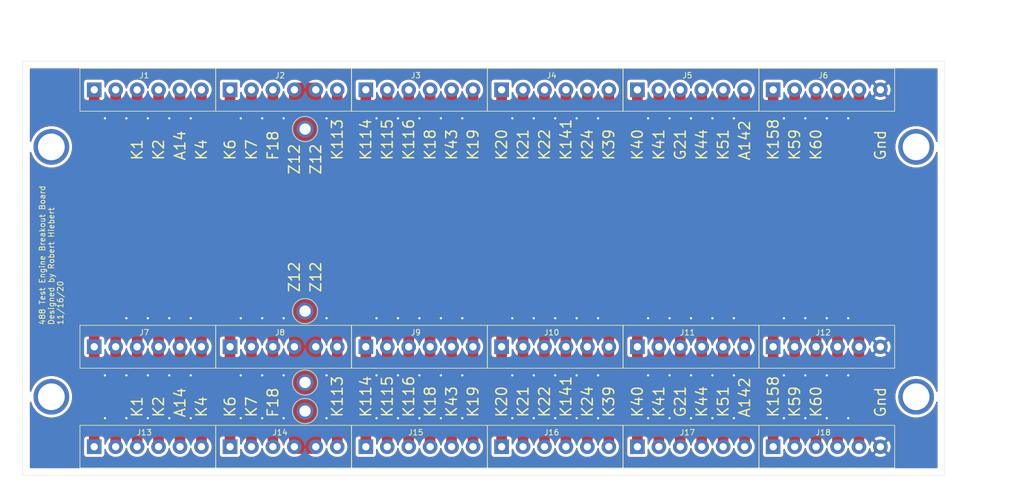
<source format=kicad_pcb>
(kicad_pcb (version 20171130) (host pcbnew "(5.1.6)-1")
  (layers (0 F.Cu signal) (31 B.Cu signal) (34 B.Paste user) (35 F.Paste user) (36 B.SilkS user) (37 F.SilkS user) (38 B.Mask user) (39 F.Mask user) (44 Edge.Cuts user))
  (net 0 "")
  (net 1 /Spare1)
  (net 2 /A14)
  (net 3 /K2)
  (net 4 /Spare2)
  (net 5 /K1)
  (net 6 /K4)
  (net 7 /K113)
  (net 8 /F18)
  (net 9 /K7)
  (net 10 /Z12)
  (net 11 /K6)
  (net 12 /K114)
  (net 13 /K43)
  (net 14 /K18)
  (net 15 /K115)
  (net 16 /K116)
  (net 17 /K19)
  (net 18 /K39)
  (net 19 /K22)
  (net 20 /K21)
  (net 21 /K141)
  (net 22 /K24)
  (net 23 /K20)
  (net 24 /K40)
  (net 25 /K51)
  (net 26 /K44)
  (net 27 /K41)
  (net 28 /G21)
  (net 29 /A142)
  (net 30 /K60)
  (net 31 /K59)
  (net 32 /Spare3)
  (net 33 /Spare4)
  (net 34 /K158)
  (net 35 GND)
  (module TestPoint:TestPoint_THTPad_D4.0mm_Drill2.0mm (layer F.Cu) (at 108.585 104.14)
    (fp_text reference REF** hide)
    (fp_text value TestPoint_THTPad_D4.0mm_Drill2.0mm)
    (pad 4 thru_hole circle (at 0 0) (size 2.999994 2.999994) (drill 2) (layers *.Cu *.Mask) (net 10 /Z12))
  )
  (module TestPoint:TestPoint_THTPad_D4.0mm_Drill2.0mm (layer F.Cu) (at 108.585 99.06)
    (fp_text reference REF** hide)
    (fp_text value TestPoint_THTPad_D4.0mm_Drill2.0mm)
    (pad 3 thru_hole circle (at 0 0) (size 2.999994 2.999994) (drill 2) (layers *.Cu *.Mask) (net 10 /Z12))
  )
  (module TestPoint:TestPoint_THTPad_D4.0mm_Drill2.0mm (layer F.Cu) (at 108.585 86.36)
    (fp_text reference REF** hide)
    (fp_text value TestPoint_THTPad_D4.0mm_Drill2.0mm)
    (pad 2 thru_hole circle (at 0 0) (size 2.999994 2.999994) (drill 2) (layers *.Cu *.Mask) (net 10 /Z12))
  )
  (module TestPoint:TestPoint_THTPad_D4.0mm_Drill2.0mm (layer F.Cu) (at 108.585 53.975)
    (fp_text reference REF** hide)
    (fp_text value TestPoint_THTPad_D4.0mm_Drill2.0mm)
    (pad 1 thru_hole circle (at 0 0) (size 2.999994 2.999994) (drill 2) (layers *.Cu *.Mask) (net 10 /Z12))
  )
  (module MountingHole:MountingHole_4mm_Pad (layer F.Cu) (at 63.5 57.15)
    (fp_text reference REF** hide)
    (fp_text value MountingHole_4mm_Pad)
    (pad 1 thru_hole circle (at 0 0) (size 6.35 6.35) (drill 4.7498) (layers *.Cu *.Mask))
  )
  (module MountingHole:MountingHole_4mm_Pad (layer F.Cu) (at 63.5 101.6)
    (fp_text reference REF** hide)
    (fp_text value MountingHole_4mm_Pad)
    (pad 1 thru_hole circle (at 0 0) (size 6.35 6.35) (drill 4.7498) (layers *.Cu *.Mask))
  )
  (module MountingHole:MountingHole_4mm_Pad (layer F.Cu) (at 217.17 101.6)
    (fp_text reference REF** hide)
    (fp_text value MountingHole_4mm_Pad)
    (pad 1 thru_hole circle (at 0 0) (size 6.35 6.35) (drill 4.7498) (layers *.Cu *.Mask))
  )
  (module MountingHole:MountingHole_4mm_Pad (layer F.Cu) (at 217.17 57.15)
    (fp_text reference REF** hide)
    (fp_text value MountingHole_4mm_Pad)
    (pad 1 thru_hole circle (at 0 0) (size 6.35 6.35) (drill 4.7498) (layers *.Cu *.Mask))
  )
  (module "Test Engine Breakout Board:EBWA-06-B" (layer F.Cu) (at 78.74 46.99)
    (fp_text reference J1 (at 1.27 -2.54) (layer F.SilkS))
    (fp_text value EBWA-06-B)
    (pad 1 thru_hole rect (at -7.62 0) (size 2.6 2.6) (drill 1.3) (layers *.Cu *.Mask) (net 1 /Spare1))
    (pad 5 thru_hole circle (at 7.62 0) (size 2.6 2.6) (drill 1.3) (layers *.Cu *.Mask) (net 2 /A14))
    (pad 4 thru_hole circle (at 3.81 0) (size 2.6 2.6) (drill 1.3) (layers *.Cu *.Mask) (net 3 /K2))
    (pad 2 thru_hole circle (at -3.81 0) (size 2.6 2.6) (drill 1.3) (layers *.Cu *.Mask) (net 4 /Spare2))
    (pad 3 thru_hole circle (at 0 0) (size 2.6 2.6) (drill 1.3) (layers *.Cu *.Mask) (net 5 /K1))
    (pad 6 thru_hole circle (at 11.43 0) (size 2.6 2.6) (drill 1.3) (layers *.Cu *.Mask) (net 6 /K4))
  )
  (module "Test Engine Breakout Board:EBWA-06-B" (layer F.Cu) (at 102.87 46.99)
    (fp_text reference J2 (at 1.27 -2.54) (layer F.SilkS))
    (fp_text value EBWA-06-B)
    (pad 6 thru_hole circle (at 11.43 0) (size 2.6 2.6) (drill 1.3) (layers *.Cu *.Mask) (net 7 /K113))
    (pad 3 thru_hole circle (at 0 0) (size 2.6 2.6) (drill 1.3) (layers *.Cu *.Mask) (net 8 /F18))
    (pad 2 thru_hole circle (at -3.81 0) (size 2.6 2.6) (drill 1.3) (layers *.Cu *.Mask) (net 9 /K7))
    (pad 4 thru_hole circle (at 3.81 0) (size 2.6 2.6) (drill 1.3) (layers *.Cu *.Mask) (net 10 /Z12))
    (pad 5 thru_hole circle (at 7.62 0) (size 2.6 2.6) (drill 1.3) (layers *.Cu *.Mask) (net 10 /Z12))
    (pad 1 thru_hole rect (at -7.62 0) (size 2.6 2.6) (drill 1.3) (layers *.Cu *.Mask) (net 11 /K6))
  )
  (module "Test Engine Breakout Board:EBWA-06-B" (layer F.Cu) (at 127 46.99)
    (fp_text reference J3 (at 1.27 -2.54) (layer F.SilkS))
    (fp_text value EBWA-06-B)
    (pad 1 thru_hole rect (at -7.62 0) (size 2.6 2.6) (drill 1.3) (layers *.Cu *.Mask) (net 12 /K114))
    (pad 5 thru_hole circle (at 7.62 0) (size 2.6 2.6) (drill 1.3) (layers *.Cu *.Mask) (net 13 /K43))
    (pad 4 thru_hole circle (at 3.81 0) (size 2.6 2.6) (drill 1.3) (layers *.Cu *.Mask) (net 14 /K18))
    (pad 2 thru_hole circle (at -3.81 0) (size 2.6 2.6) (drill 1.3) (layers *.Cu *.Mask) (net 15 /K115))
    (pad 3 thru_hole circle (at 0 0) (size 2.6 2.6) (drill 1.3) (layers *.Cu *.Mask) (net 16 /K116))
    (pad 6 thru_hole circle (at 11.43 0) (size 2.6 2.6) (drill 1.3) (layers *.Cu *.Mask) (net 17 /K19))
  )
  (module "Test Engine Breakout Board:EBWA-06-B" (layer F.Cu) (at 151.13 46.99)
    (fp_text reference J4 (at 1.27 -2.54) (layer F.SilkS))
    (fp_text value EBWA-06-B)
    (pad 6 thru_hole circle (at 11.43 0) (size 2.6 2.6) (drill 1.3) (layers *.Cu *.Mask) (net 18 /K39))
    (pad 3 thru_hole circle (at 0 0) (size 2.6 2.6) (drill 1.3) (layers *.Cu *.Mask) (net 19 /K22))
    (pad 2 thru_hole circle (at -3.81 0) (size 2.6 2.6) (drill 1.3) (layers *.Cu *.Mask) (net 20 /K21))
    (pad 4 thru_hole circle (at 3.81 0) (size 2.6 2.6) (drill 1.3) (layers *.Cu *.Mask) (net 21 /K141))
    (pad 5 thru_hole circle (at 7.62 0) (size 2.6 2.6) (drill 1.3) (layers *.Cu *.Mask) (net 22 /K24))
    (pad 1 thru_hole rect (at -7.62 0) (size 2.6 2.6) (drill 1.3) (layers *.Cu *.Mask) (net 23 /K20))
  )
  (module "Test Engine Breakout Board:EBWA-06-B" (layer F.Cu) (at 175.26 46.99)
    (fp_text reference J5 (at 1.27 -2.54) (layer F.SilkS))
    (fp_text value EBWA-06-B)
    (pad 1 thru_hole rect (at -7.62 0) (size 2.6 2.6) (drill 1.3) (layers *.Cu *.Mask) (net 24 /K40))
    (pad 5 thru_hole circle (at 7.62 0) (size 2.6 2.6) (drill 1.3) (layers *.Cu *.Mask) (net 25 /K51))
    (pad 4 thru_hole circle (at 3.81 0) (size 2.6 2.6) (drill 1.3) (layers *.Cu *.Mask) (net 26 /K44))
    (pad 2 thru_hole circle (at -3.81 0) (size 2.6 2.6) (drill 1.3) (layers *.Cu *.Mask) (net 27 /K41))
    (pad 3 thru_hole circle (at 0 0) (size 2.6 2.6) (drill 1.3) (layers *.Cu *.Mask) (net 28 /G21))
    (pad 6 thru_hole circle (at 11.43 0) (size 2.6 2.6) (drill 1.3) (layers *.Cu *.Mask) (net 29 /A142))
  )
  (module "Test Engine Breakout Board:EBWA-06-B" (layer F.Cu) (at 199.39 46.99)
    (fp_text reference J6 (at 1.27 -2.54) (layer F.SilkS))
    (fp_text value EBWA-06-B)
    (pad 6 thru_hole circle (at 11.43 0) (size 2.6 2.6) (drill 1.3) (layers *.Cu *.Mask) (net 35 GND))
    (pad 3 thru_hole circle (at 0 0) (size 2.6 2.6) (drill 1.3) (layers *.Cu *.Mask) (net 30 /K60))
    (pad 2 thru_hole circle (at -3.81 0) (size 2.6 2.6) (drill 1.3) (layers *.Cu *.Mask) (net 31 /K59))
    (pad 4 thru_hole circle (at 3.81 0) (size 2.6 2.6) (drill 1.3) (layers *.Cu *.Mask) (net 32 /Spare3))
    (pad 5 thru_hole circle (at 7.62 0) (size 2.6 2.6) (drill 1.3) (layers *.Cu *.Mask) (net 33 /Spare4))
    (pad 1 thru_hole rect (at -7.62 0) (size 2.6 2.6) (drill 1.3) (layers *.Cu *.Mask) (net 34 /K158))
  )
  (module "Test Engine Breakout Board:EBWA-06-B" (layer F.Cu) (at 78.74 92.71)
    (fp_text reference J7 (at 1.27 -2.54) (layer F.SilkS))
    (fp_text value EBWA-06-B)
    (pad 1 thru_hole rect (at -7.62 0) (size 2.6 2.6) (drill 1.3) (layers *.Cu *.Mask) (net 1 /Spare1))
    (pad 5 thru_hole circle (at 7.62 0) (size 2.6 2.6) (drill 1.3) (layers *.Cu *.Mask) (net 2 /A14))
    (pad 4 thru_hole circle (at 3.81 0) (size 2.6 2.6) (drill 1.3) (layers *.Cu *.Mask) (net 3 /K2))
    (pad 2 thru_hole circle (at -3.81 0) (size 2.6 2.6) (drill 1.3) (layers *.Cu *.Mask) (net 4 /Spare2))
    (pad 3 thru_hole circle (at 0 0) (size 2.6 2.6) (drill 1.3) (layers *.Cu *.Mask) (net 5 /K1))
    (pad 6 thru_hole circle (at 11.43 0) (size 2.6 2.6) (drill 1.3) (layers *.Cu *.Mask) (net 6 /K4))
  )
  (module "Test Engine Breakout Board:EBWA-06-B" (layer F.Cu) (at 102.87 92.71)
    (fp_text reference J8 (at 1.27 -2.54) (layer F.SilkS))
    (fp_text value EBWA-06-B)
    (pad 6 thru_hole circle (at 11.43 0) (size 2.6 2.6) (drill 1.3) (layers *.Cu *.Mask) (net 7 /K113))
    (pad 3 thru_hole circle (at 0 0) (size 2.6 2.6) (drill 1.3) (layers *.Cu *.Mask) (net 8 /F18))
    (pad 2 thru_hole circle (at -3.81 0) (size 2.6 2.6) (drill 1.3) (layers *.Cu *.Mask) (net 9 /K7))
    (pad 4 thru_hole circle (at 3.81 0) (size 2.6 2.6) (drill 1.3) (layers *.Cu *.Mask) (net 10 /Z12))
    (pad 5 thru_hole circle (at 7.62 0) (size 2.6 2.6) (drill 1.3) (layers *.Cu *.Mask) (net 10 /Z12))
    (pad 1 thru_hole rect (at -7.62 0) (size 2.6 2.6) (drill 1.3) (layers *.Cu *.Mask) (net 11 /K6))
  )
  (module "Test Engine Breakout Board:EBWA-06-B" (layer F.Cu) (at 127 92.71)
    (fp_text reference J9 (at 1.27 -2.54) (layer F.SilkS))
    (fp_text value EBWA-06-B)
    (pad 1 thru_hole rect (at -7.62 0) (size 2.6 2.6) (drill 1.3) (layers *.Cu *.Mask) (net 12 /K114))
    (pad 5 thru_hole circle (at 7.62 0) (size 2.6 2.6) (drill 1.3) (layers *.Cu *.Mask) (net 13 /K43))
    (pad 4 thru_hole circle (at 3.81 0) (size 2.6 2.6) (drill 1.3) (layers *.Cu *.Mask) (net 14 /K18))
    (pad 2 thru_hole circle (at -3.81 0) (size 2.6 2.6) (drill 1.3) (layers *.Cu *.Mask) (net 15 /K115))
    (pad 3 thru_hole circle (at 0 0) (size 2.6 2.6) (drill 1.3) (layers *.Cu *.Mask) (net 16 /K116))
    (pad 6 thru_hole circle (at 11.43 0) (size 2.6 2.6) (drill 1.3) (layers *.Cu *.Mask) (net 17 /K19))
  )
  (module "Test Engine Breakout Board:EBWA-06-B" (layer F.Cu) (at 151.13 92.71)
    (fp_text reference J10 (at 1.27 -2.54) (layer F.SilkS))
    (fp_text value EBWA-06-B)
    (pad 1 thru_hole rect (at -7.62 0) (size 2.6 2.6) (drill 1.3) (layers *.Cu *.Mask) (net 23 /K20))
    (pad 5 thru_hole circle (at 7.62 0) (size 2.6 2.6) (drill 1.3) (layers *.Cu *.Mask) (net 22 /K24))
    (pad 4 thru_hole circle (at 3.81 0) (size 2.6 2.6) (drill 1.3) (layers *.Cu *.Mask) (net 21 /K141))
    (pad 2 thru_hole circle (at -3.81 0) (size 2.6 2.6) (drill 1.3) (layers *.Cu *.Mask) (net 20 /K21))
    (pad 3 thru_hole circle (at 0 0) (size 2.6 2.6) (drill 1.3) (layers *.Cu *.Mask) (net 19 /K22))
    (pad 6 thru_hole circle (at 11.43 0) (size 2.6 2.6) (drill 1.3) (layers *.Cu *.Mask) (net 18 /K39))
  )
  (module "Test Engine Breakout Board:EBWA-06-B" (layer F.Cu) (at 175.26 92.71)
    (fp_text reference J11 (at 1.27 -2.54) (layer F.SilkS))
    (fp_text value EBWA-06-B)
    (pad 1 thru_hole rect (at -7.62 0) (size 2.6 2.6) (drill 1.3) (layers *.Cu *.Mask) (net 24 /K40))
    (pad 5 thru_hole circle (at 7.62 0) (size 2.6 2.6) (drill 1.3) (layers *.Cu *.Mask) (net 25 /K51))
    (pad 4 thru_hole circle (at 3.81 0) (size 2.6 2.6) (drill 1.3) (layers *.Cu *.Mask) (net 26 /K44))
    (pad 2 thru_hole circle (at -3.81 0) (size 2.6 2.6) (drill 1.3) (layers *.Cu *.Mask) (net 27 /K41))
    (pad 3 thru_hole circle (at 0 0) (size 2.6 2.6) (drill 1.3) (layers *.Cu *.Mask) (net 28 /G21))
    (pad 6 thru_hole circle (at 11.43 0) (size 2.6 2.6) (drill 1.3) (layers *.Cu *.Mask) (net 29 /A142))
  )
  (module "Test Engine Breakout Board:EBWA-06-B" (layer F.Cu) (at 199.39 92.71)
    (fp_text reference J12 (at 1.27 -2.54) (layer F.SilkS))
    (fp_text value EBWA-06-B)
    (pad 6 thru_hole circle (at 11.43 0) (size 2.6 2.6) (drill 1.3) (layers *.Cu *.Mask) (net 35 GND))
    (pad 3 thru_hole circle (at 0 0) (size 2.6 2.6) (drill 1.3) (layers *.Cu *.Mask) (net 30 /K60))
    (pad 2 thru_hole circle (at -3.81 0) (size 2.6 2.6) (drill 1.3) (layers *.Cu *.Mask) (net 31 /K59))
    (pad 4 thru_hole circle (at 3.81 0) (size 2.6 2.6) (drill 1.3) (layers *.Cu *.Mask) (net 32 /Spare3))
    (pad 5 thru_hole circle (at 7.62 0) (size 2.6 2.6) (drill 1.3) (layers *.Cu *.Mask) (net 33 /Spare4))
    (pad 1 thru_hole rect (at -7.62 0) (size 2.6 2.6) (drill 1.3) (layers *.Cu *.Mask) (net 34 /K158))
  )
  (module "Test Engine Breakout Board:EBWA-06-B" (layer F.Cu) (at 78.74 110.49)
    (fp_text reference J13 (at 1.27 -2.54) (layer F.SilkS))
    (fp_text value EBWA-06-B)
    (pad 6 thru_hole circle (at 11.43 0) (size 2.6 2.6) (drill 1.3) (layers *.Cu *.Mask) (net 6 /K4))
    (pad 3 thru_hole circle (at 0 0) (size 2.6 2.6) (drill 1.3) (layers *.Cu *.Mask) (net 5 /K1))
    (pad 2 thru_hole circle (at -3.81 0) (size 2.6 2.6) (drill 1.3) (layers *.Cu *.Mask) (net 4 /Spare2))
    (pad 4 thru_hole circle (at 3.81 0) (size 2.6 2.6) (drill 1.3) (layers *.Cu *.Mask) (net 3 /K2))
    (pad 5 thru_hole circle (at 7.62 0) (size 2.6 2.6) (drill 1.3) (layers *.Cu *.Mask) (net 2 /A14))
    (pad 1 thru_hole rect (at -7.62 0) (size 2.6 2.6) (drill 1.3) (layers *.Cu *.Mask) (net 1 /Spare1))
  )
  (module "Test Engine Breakout Board:EBWA-06-B" (layer F.Cu) (at 102.87 110.49)
    (fp_text reference J14 (at 1.27 -2.54) (layer F.SilkS))
    (fp_text value EBWA-06-B)
    (pad 6 thru_hole circle (at 11.43 0) (size 2.6 2.6) (drill 1.3) (layers *.Cu *.Mask) (net 7 /K113))
    (pad 3 thru_hole circle (at 0 0) (size 2.6 2.6) (drill 1.3) (layers *.Cu *.Mask) (net 8 /F18))
    (pad 2 thru_hole circle (at -3.81 0) (size 2.6 2.6) (drill 1.3) (layers *.Cu *.Mask) (net 9 /K7))
    (pad 4 thru_hole circle (at 3.81 0) (size 2.6 2.6) (drill 1.3) (layers *.Cu *.Mask) (net 10 /Z12))
    (pad 5 thru_hole circle (at 7.62 0) (size 2.6 2.6) (drill 1.3) (layers *.Cu *.Mask) (net 10 /Z12))
    (pad 1 thru_hole rect (at -7.62 0) (size 2.6 2.6) (drill 1.3) (layers *.Cu *.Mask) (net 11 /K6))
  )
  (module "Test Engine Breakout Board:EBWA-06-B" (layer F.Cu) (at 127 110.49)
    (fp_text reference J15 (at 1.27 -2.54) (layer F.SilkS))
    (fp_text value EBWA-06-B)
    (pad 1 thru_hole rect (at -7.62 0) (size 2.6 2.6) (drill 1.3) (layers *.Cu *.Mask) (net 12 /K114))
    (pad 5 thru_hole circle (at 7.62 0) (size 2.6 2.6) (drill 1.3) (layers *.Cu *.Mask) (net 13 /K43))
    (pad 4 thru_hole circle (at 3.81 0) (size 2.6 2.6) (drill 1.3) (layers *.Cu *.Mask) (net 14 /K18))
    (pad 2 thru_hole circle (at -3.81 0) (size 2.6 2.6) (drill 1.3) (layers *.Cu *.Mask) (net 15 /K115))
    (pad 3 thru_hole circle (at 0 0) (size 2.6 2.6) (drill 1.3) (layers *.Cu *.Mask) (net 16 /K116))
    (pad 6 thru_hole circle (at 11.43 0) (size 2.6 2.6) (drill 1.3) (layers *.Cu *.Mask) (net 17 /K19))
  )
  (module "Test Engine Breakout Board:EBWA-06-B" (layer F.Cu) (at 151.13 110.49)
    (fp_text reference J16 (at 1.27 -2.54) (layer F.SilkS))
    (fp_text value EBWA-06-B)
    (pad 6 thru_hole circle (at 11.43 0) (size 2.6 2.6) (drill 1.3) (layers *.Cu *.Mask) (net 18 /K39))
    (pad 3 thru_hole circle (at 0 0) (size 2.6 2.6) (drill 1.3) (layers *.Cu *.Mask) (net 19 /K22))
    (pad 2 thru_hole circle (at -3.81 0) (size 2.6 2.6) (drill 1.3) (layers *.Cu *.Mask) (net 20 /K21))
    (pad 4 thru_hole circle (at 3.81 0) (size 2.6 2.6) (drill 1.3) (layers *.Cu *.Mask) (net 21 /K141))
    (pad 5 thru_hole circle (at 7.62 0) (size 2.6 2.6) (drill 1.3) (layers *.Cu *.Mask) (net 22 /K24))
    (pad 1 thru_hole rect (at -7.62 0) (size 2.6 2.6) (drill 1.3) (layers *.Cu *.Mask) (net 23 /K20))
  )
  (module "Test Engine Breakout Board:EBWA-06-B" (layer F.Cu) (at 175.26 110.49)
    (fp_text reference J17 (at 1.27 -2.54) (layer F.SilkS))
    (fp_text value EBWA-06-B)
    (pad 1 thru_hole rect (at -7.62 0) (size 2.6 2.6) (drill 1.3) (layers *.Cu *.Mask) (net 24 /K40))
    (pad 5 thru_hole circle (at 7.62 0) (size 2.6 2.6) (drill 1.3) (layers *.Cu *.Mask) (net 25 /K51))
    (pad 4 thru_hole circle (at 3.81 0) (size 2.6 2.6) (drill 1.3) (layers *.Cu *.Mask) (net 26 /K44))
    (pad 2 thru_hole circle (at -3.81 0) (size 2.6 2.6) (drill 1.3) (layers *.Cu *.Mask) (net 27 /K41))
    (pad 3 thru_hole circle (at 0 0) (size 2.6 2.6) (drill 1.3) (layers *.Cu *.Mask) (net 28 /G21))
    (pad 6 thru_hole circle (at 11.43 0) (size 2.6 2.6) (drill 1.3) (layers *.Cu *.Mask) (net 29 /A142))
  )
  (module "Test Engine Breakout Board:EBWA-06-B" (layer F.Cu) (at 199.39 110.49)
    (fp_text reference J18 (at 1.27 -2.54) (layer F.SilkS))
    (fp_text value EBWA-06-B)
    (pad 6 thru_hole circle (at 11.43 0) (size 2.6 2.6) (drill 1.3) (layers *.Cu *.Mask) (net 35 GND))
    (pad 3 thru_hole circle (at 0 0) (size 2.6 2.6) (drill 1.3) (layers *.Cu *.Mask) (net 30 /K60))
    (pad 2 thru_hole circle (at -3.81 0) (size 2.6 2.6) (drill 1.3) (layers *.Cu *.Mask) (net 31 /K59))
    (pad 4 thru_hole circle (at 3.81 0) (size 2.6 2.6) (drill 1.3) (layers *.Cu *.Mask) (net 32 /Spare3))
    (pad 5 thru_hole circle (at 7.62 0) (size 2.6 2.6) (drill 1.3) (layers *.Cu *.Mask) (net 33 /Spare4))
    (pad 1 thru_hole rect (at -7.62 0) (size 2.6 2.6) (drill 1.3) (layers *.Cu *.Mask) (net 34 /K158))
  )
  (gr_text "488 Test Engine Breakout Board\nDesigned by Robert Hiebert\n11/16/20" (at 63.5 88.9 90) (layer F.SilkS) (effects (font (size 1 1)) (justify left)))
  (gr_line (start 58.42 115.57) (end 58.42 41.91) (layer Edge.Cuts) (width 0.05))
  (gr_line (start 222.25 115.57) (end 58.42 115.57) (layer Edge.Cuts) (width 0.05))
  (gr_line (start 222.25 41.91) (end 222.25 115.57) (layer Edge.Cuts) (width 0.05))
  (gr_line (start 58.42 41.91) (end 222.25 41.91) (layer Edge.Cuts) (width 0.05))
  (gr_text Gnd (at 210.82 59.69 90) (layer F.SilkS) (effects (font (size 1.905 1.905) (thickness 0.254)) (justify left)))
  (gr_text K60 (at 199.39 59.69 90) (layer F.SilkS) (effects (font (size 1.905 1.905) (thickness 0.254)) (justify left)))
  (gr_text K59 (at 195.58 59.69 90) (layer F.SilkS) (effects (font (size 1.905 1.905) (thickness 0.254)) (justify left)))
  (gr_text K158 (at 191.77 59.69 90) (layer F.SilkS) (effects (font (size 1.905 1.905) (thickness 0.254)) (justify left)))
  (gr_text A142 (at 186.69 59.69 90) (layer F.SilkS) (effects (font (size 1.905 1.905) (thickness 0.254)) (justify left)))
  (gr_text K44 (at 179.07 59.69 90) (layer F.SilkS) (effects (font (size 1.905 1.905) (thickness 0.254)) (justify left)))
  (gr_text K51 (at 182.88 59.69 90) (layer F.SilkS) (effects (font (size 1.905 1.905) (thickness 0.254)) (justify left)))
  (gr_text G21 (at 175.26 59.69 90) (layer F.SilkS) (effects (font (size 1.905 1.905) (thickness 0.254)) (justify left)))
  (gr_text K41 (at 171.45 59.69 90) (layer F.SilkS) (effects (font (size 1.905 1.905) (thickness 0.254)) (justify left)))
  (gr_text K40 (at 167.64 59.69 90) (layer F.SilkS) (effects (font (size 1.905 1.905) (thickness 0.254)) (justify left)))
  (gr_text K39 (at 162.56 59.69 90) (layer F.SilkS) (effects (font (size 1.905 1.905) (thickness 0.254)) (justify left)))
  (gr_text K24 (at 158.75 59.69 90) (layer F.SilkS) (effects (font (size 1.905 1.905) (thickness 0.254)) (justify left)))
  (gr_text K141 (at 154.94 59.69 90) (layer F.SilkS) (effects (font (size 1.905 1.905) (thickness 0.254)) (justify left)))
  (gr_text K22 (at 151.13 59.69 90) (layer F.SilkS) (effects (font (size 1.905 1.905) (thickness 0.254)) (justify left)))
  (gr_text K21 (at 147.32 59.69 90) (layer F.SilkS) (effects (font (size 1.905 1.905) (thickness 0.254)) (justify left)))
  (gr_text K20 (at 143.51 59.69 90) (layer F.SilkS) (effects (font (size 1.905 1.905) (thickness 0.254)) (justify left)))
  (gr_text K19 (at 138.43 59.69 90) (layer F.SilkS) (effects (font (size 1.905 1.905) (thickness 0.254)) (justify left)))
  (gr_text K43 (at 134.62 59.69 90) (layer F.SilkS) (effects (font (size 1.905 1.905) (thickness 0.254)) (justify left)))
  (gr_text K18 (at 130.81 59.69 90) (layer F.SilkS) (effects (font (size 1.905 1.905) (thickness 0.254)) (justify left)))
  (gr_text K116 (at 127 59.69 90) (layer F.SilkS) (effects (font (size 1.905 1.905) (thickness 0.254)) (justify left)))
  (gr_text K115 (at 123.19 59.69 90) (layer F.SilkS) (effects (font (size 1.905 1.905) (thickness 0.254)) (justify left)))
  (gr_text A14 (at 86.36 59.69 90) (layer F.SilkS) (effects (font (size 1.905 1.905) (thickness 0.254)) (justify left)))
  (gr_text K4 (at 90.17 59.69 90) (layer F.SilkS) (effects (font (size 1.905 1.905) (thickness 0.254)) (justify left)))
  (gr_text K6 (at 95.25 59.69 90) (layer F.SilkS) (effects (font (size 1.905 1.905) (thickness 0.254)) (justify left)))
  (gr_text K7 (at 99.06 59.69 90) (layer F.SilkS) (effects (font (size 1.905 1.905) (thickness 0.254)) (justify left)))
  (gr_text F18 (at 102.87 59.69 90) (layer F.SilkS) (effects (font (size 1.905 1.905) (thickness 0.254)) (justify left)))
  (gr_text Z12 (at 106.68 62.23 90) (layer F.SilkS) (effects (font (size 1.905 1.905) (thickness 0.254)) (justify left)))
  (gr_text Z12 (at 110.49 62.23 90) (layer F.SilkS) (effects (font (size 1.905 1.905) (thickness 0.254)) (justify left)))
  (gr_text K113 (at 114.3 59.69 90) (layer F.SilkS) (effects (font (size 1.905 1.905) (thickness 0.254)) (justify left)))
  (gr_text "K114\n" (at 119.38 59.69 90) (layer F.SilkS) (effects (font (size 1.905 1.905) (thickness 0.254)) (justify left)))
  (gr_text K2 (at 82.55 59.69 90) (layer F.SilkS) (effects (font (size 1.905 1.905) (thickness 0.254)) (justify left)))
  (gr_text K1 (at 78.74 59.69 90) (layer F.SilkS) (effects (font (size 1.905 1.905) (thickness 0.254)) (justify left)))
  (gr_text K60 (at 199.39 105.41 90) (layer F.SilkS) (effects (font (size 1.905 1.905) (thickness 0.254)) (justify left)))
  (gr_text K59 (at 195.58 105.41 90) (layer F.SilkS) (effects (font (size 1.905 1.905) (thickness 0.254)) (justify left)))
  (gr_text K158 (at 191.77 105.41 90) (layer F.SilkS) (effects (font (size 1.905 1.905) (thickness 0.254)) (justify left)))
  (gr_text A142 (at 186.69 105.41 90) (layer F.SilkS) (effects (font (size 1.905 1.905) (thickness 0.254)) (justify left)))
  (gr_text K51 (at 182.88 105.41 90) (layer F.SilkS) (effects (font (size 1.905 1.905) (thickness 0.254)) (justify left)))
  (gr_text K44 (at 179.07 105.41 90) (layer F.SilkS) (effects (font (size 1.905 1.905) (thickness 0.254)) (justify left)))
  (gr_text G21 (at 175.26 105.41 90) (layer F.SilkS) (effects (font (size 1.905 1.905) (thickness 0.254)) (justify left)))
  (gr_text K41 (at 171.45 105.41 90) (layer F.SilkS) (effects (font (size 1.905 1.905) (thickness 0.254)) (justify left)))
  (gr_text K40 (at 167.64 105.41 90) (layer F.SilkS) (effects (font (size 1.905 1.905) (thickness 0.254)) (justify left)))
  (gr_text K39 (at 162.56 105.41 90) (layer F.SilkS) (effects (font (size 1.905 1.905) (thickness 0.254)) (justify left)))
  (gr_text K24 (at 158.75 105.41 90) (layer F.SilkS) (effects (font (size 1.905 1.905) (thickness 0.254)) (justify left)))
  (gr_text K141 (at 154.94 105.41 90) (layer F.SilkS) (effects (font (size 1.905 1.905) (thickness 0.254)) (justify left)))
  (gr_text K22 (at 151.13 105.41 90) (layer F.SilkS) (effects (font (size 1.905 1.905) (thickness 0.254)) (justify left)))
  (gr_text K21 (at 147.32 105.41 90) (layer F.SilkS) (effects (font (size 1.905 1.905) (thickness 0.254)) (justify left)))
  (gr_text K20 (at 143.51 105.41 90) (layer F.SilkS) (effects (font (size 1.905 1.905) (thickness 0.254)) (justify left)))
  (gr_text K19 (at 138.43 105.41 90) (layer F.SilkS) (effects (font (size 1.905 1.905) (thickness 0.254)) (justify left)))
  (gr_text K43 (at 134.62 105.41 90) (layer F.SilkS) (effects (font (size 1.905 1.905) (thickness 0.254)) (justify left)))
  (gr_text K18 (at 130.81 105.41 90) (layer F.SilkS) (effects (font (size 1.905 1.905) (thickness 0.254)) (justify left)))
  (gr_text K116 (at 127 105.41 90) (layer F.SilkS) (effects (font (size 1.905 1.905) (thickness 0.254)) (justify left)))
  (gr_text K115 (at 123.19 105.41 90) (layer F.SilkS) (effects (font (size 1.905 1.905) (thickness 0.254)) (justify left)))
  (gr_text K113 (at 114.3 105.41 90) (layer F.SilkS) (effects (font (size 1.905 1.905) (thickness 0.254)) (justify left)))
  (gr_text Z12 (at 110.49 83.185 90) (layer F.SilkS) (effects (font (size 1.905 1.905) (thickness 0.254)) (justify left)))
  (gr_text Z12 (at 106.68 83.185 90) (layer F.SilkS) (effects (font (size 1.905 1.905) (thickness 0.254)) (justify left)))
  (gr_text F18 (at 102.87 105.41 90) (layer F.SilkS) (effects (font (size 1.905 1.905) (thickness 0.254)) (justify left)))
  (gr_text K7 (at 99.06 105.41 90) (layer F.SilkS) (effects (font (size 1.905 1.905) (thickness 0.254)) (justify left)))
  (gr_text K6 (at 95.25 105.41 90) (layer F.SilkS) (effects (font (size 1.905 1.905) (thickness 0.254)) (justify left)))
  (gr_text Gnd (at 210.82 105.41 90) (layer F.SilkS) (effects (font (size 1.905 1.905) (thickness 0.254)) (justify left)))
  (gr_text K4 (at 90.17 105.41 90) (layer F.SilkS) (effects (font (size 1.905 1.905) (thickness 0.254)) (justify left)))
  (gr_text A14 (at 86.36 105.41 90) (layer F.SilkS) (effects (font (size 1.905 1.905) (thickness 0.254)) (justify left)))
  (gr_text K2 (at 82.55 105.41 90) (layer F.SilkS) (effects (font (size 1.905 1.905) (thickness 0.254)) (justify left)))
  (gr_text K1 (at 78.74 105.41 90) (layer F.SilkS) (effects (font (size 1.905 1.905) (thickness 0.254)) (justify left)))
  (gr_text "K114\n" (at 119.38 105.41 90) (layer F.SilkS) (effects (font (size 1.905 1.905) (thickness 0.254)) (justify left)))
  (segment (start 71.12 46.99) (end 71.12 92.71) (width 1.905) (layer F.Cu) (net 1))
  (segment (start 71.12 92.71) (end 71.12 110.49) (width 1.905) (layer F.Cu) (net 1))
  (segment (start 86.36 46.99) (end 86.36 92.71) (width 1.905) (layer F.Cu) (net 2))
  (segment (start 86.36 92.71) (end 86.36 110.49) (width 1.905) (layer F.Cu) (net 2))
  (segment (start 82.55 46.99) (end 82.55 92.71) (width 1.905) (layer F.Cu) (net 3))
  (segment (start 82.55 92.71) (end 82.55 110.49) (width 1.905) (layer F.Cu) (net 3))
  (segment (start 74.93 46.99) (end 74.93 92.71) (width 1.905) (layer F.Cu) (net 4))
  (segment (start 74.93 92.71) (end 74.93 110.49) (width 1.905) (layer F.Cu) (net 4))
  (segment (start 78.74 46.99) (end 78.74 92.71) (width 1.905) (layer F.Cu) (net 5))
  (segment (start 78.74 92.71) (end 78.74 110.49) (width 1.905) (layer F.Cu) (net 5))
  (segment (start 90.17 48.828477) (end 90.17 92.71) (width 1.905) (layer F.Cu) (net 6))
  (segment (start 90.17 46.99) (end 90.17 48.828477) (width 1.905) (layer F.Cu) (net 6))
  (segment (start 90.17 92.71) (end 90.17 110.49) (width 1.905) (layer F.Cu) (net 6))
  (segment (start 114.3 46.99) (end 114.3 92.71) (width 1.905) (layer F.Cu) (net 7))
  (segment (start 114.3 92.71) (end 114.3 110.49) (width 1.905) (layer F.Cu) (net 7))
  (segment (start 102.87 46.99) (end 102.87 92.71) (width 1.905) (layer F.Cu) (net 8))
  (segment (start 102.87 92.71) (end 102.87 110.49) (width 1.905) (layer F.Cu) (net 8))
  (segment (start 99.06 46.99) (end 99.06 92.71) (width 1.905) (layer F.Cu) (net 9))
  (segment (start 99.06 92.71) (end 99.06 110.49) (width 1.905) (layer F.Cu) (net 9))
  (segment (start 106.68 92.71) (end 106.68 110.49) (width 1.905) (layer F.Cu) (net 10))
  (segment (start 110.49 110.49) (end 110.49 92.71) (width 1.905) (layer F.Cu) (net 10))
  (segment (start 106.68 46.99) (end 106.68 92.71) (width 1.905) (layer F.Cu) (net 10))
  (segment (start 108.6485 92.6465) (end 108.712 92.71) (width 2.54) (layer F.Cu) (net 10))
  (segment (start 108.6485 46.99) (end 108.6485 92.6465) (width 2.54) (layer F.Cu) (net 10))
  (segment (start 106.68 46.99) (end 108.6485 46.99) (width 2.54) (layer F.Cu) (net 10))
  (segment (start 108.6485 46.99) (end 110.49 46.99) (width 2.54) (layer F.Cu) (net 10))
  (segment (start 106.68 92.71) (end 108.712 92.71) (width 2.54) (layer F.Cu) (net 10))
  (segment (start 108.712 92.71) (end 110.49 92.71) (width 2.54) (layer F.Cu) (net 10))
  (segment (start 106.68 110.49) (end 108.6485 110.49) (width 2.54) (layer F.Cu) (net 10))
  (segment (start 108.6485 92.6465) (end 108.6485 110.49) (width 2.54) (layer F.Cu) (net 10))
  (segment (start 108.6485 110.49) (end 110.49 110.49) (width 2.54) (layer F.Cu) (net 10))
  (segment (start 110.49 46.99) (end 110.49 92.71) (width 1.905) (layer F.Cu) (net 10))
  (segment (start 95.25 110.49) (end 95.25 92.71) (width 1.905) (layer F.Cu) (net 11))
  (segment (start 95.25 92.71) (end 95.25 46.99) (width 1.905) (layer F.Cu) (net 11))
  (segment (start 119.38 46.99) (end 119.38 92.71) (width 1.905) (layer F.Cu) (net 12))
  (segment (start 119.38 92.71) (end 119.38 110.49) (width 1.905) (layer F.Cu) (net 12))
  (segment (start 134.62 46.99) (end 134.62 92.71) (width 1.905) (layer F.Cu) (net 13))
  (segment (start 134.62 92.71) (end 134.62 110.49) (width 1.905) (layer F.Cu) (net 13))
  (segment (start 130.81 46.99) (end 130.81 92.71) (width 1.905) (layer F.Cu) (net 14))
  (segment (start 130.81 92.71) (end 130.81 110.49) (width 1.905) (layer F.Cu) (net 14))
  (segment (start 123.19 46.99) (end 123.19 92.71) (width 1.905) (layer F.Cu) (net 15))
  (segment (start 123.19 92.71) (end 123.19 110.49) (width 1.905) (layer F.Cu) (net 15))
  (segment (start 127 46.99) (end 127 92.71) (width 1.905) (layer F.Cu) (net 16))
  (segment (start 127 92.71) (end 127 110.49) (width 1.905) (layer F.Cu) (net 16))
  (segment (start 138.43 46.99) (end 138.43 92.71) (width 1.905) (layer F.Cu) (net 17))
  (segment (start 138.43 92.71) (end 138.43 110.49) (width 1.905) (layer F.Cu) (net 17))
  (segment (start 162.56 46.99) (end 162.56 92.71) (width 1.905) (layer F.Cu) (net 18))
  (segment (start 162.56 92.71) (end 162.56 110.49) (width 1.905) (layer F.Cu) (net 18))
  (segment (start 151.13 46.99) (end 151.13 92.71) (width 1.905) (layer F.Cu) (net 19))
  (segment (start 151.13 92.71) (end 151.13 110.49) (width 1.905) (layer F.Cu) (net 19))
  (segment (start 147.32 46.99) (end 147.32 92.71) (width 1.905) (layer F.Cu) (net 20))
  (segment (start 147.32 92.71) (end 147.32 110.49) (width 1.905) (layer F.Cu) (net 20))
  (segment (start 154.94 46.99) (end 154.94 92.71) (width 1.905) (layer F.Cu) (net 21))
  (segment (start 154.94 92.71) (end 154.94 110.49) (width 1.905) (layer F.Cu) (net 21))
  (segment (start 158.75 46.99) (end 158.75 92.71) (width 1.905) (layer F.Cu) (net 22))
  (segment (start 158.75 92.71) (end 158.75 110.49) (width 1.905) (layer F.Cu) (net 22))
  (segment (start 143.51 46.99) (end 143.51 92.71) (width 1.905) (layer F.Cu) (net 23))
  (segment (start 143.51 92.71) (end 143.51 110.49) (width 1.905) (layer F.Cu) (net 23))
  (segment (start 167.64 46.99) (end 167.64 92.71) (width 1.905) (layer F.Cu) (net 24))
  (segment (start 167.64 92.71) (end 167.64 110.49) (width 1.905) (layer F.Cu) (net 24))
  (segment (start 182.88 46.99) (end 182.88 92.71) (width 1.905) (layer F.Cu) (net 25))
  (segment (start 182.88 92.71) (end 182.88 110.49) (width 1.905) (layer F.Cu) (net 25))
  (segment (start 179.07 48.828477) (end 179.07 92.71) (width 1.905) (layer F.Cu) (net 26))
  (segment (start 179.07 46.99) (end 179.07 48.828477) (width 1.905) (layer F.Cu) (net 26))
  (segment (start 179.07 92.71) (end 179.07 110.49) (width 1.905) (layer F.Cu) (net 26))
  (segment (start 171.45 46.99) (end 171.45 92.71) (width 1.905) (layer F.Cu) (net 27))
  (segment (start 171.45 92.71) (end 171.45 110.49) (width 1.905) (layer F.Cu) (net 27))
  (segment (start 175.26 46.99) (end 175.26 92.71) (width 1.905) (layer F.Cu) (net 28))
  (segment (start 175.26 110.49) (end 175.26 92.71) (width 1.905) (layer F.Cu) (net 28))
  (segment (start 186.69 48.828477) (end 186.69 92.71) (width 1.905) (layer F.Cu) (net 29))
  (segment (start 186.69 46.99) (end 186.69 48.828477) (width 1.905) (layer F.Cu) (net 29))
  (segment (start 186.69 92.71) (end 186.69 110.49) (width 1.905) (layer F.Cu) (net 29))
  (segment (start 199.39 48.828477) (end 199.39 92.71) (width 1.905) (layer F.Cu) (net 30))
  (segment (start 199.39 46.99) (end 199.39 48.828477) (width 1.905) (layer F.Cu) (net 30))
  (segment (start 199.39 92.71) (end 199.39 110.49) (width 1.905) (layer F.Cu) (net 30))
  (segment (start 195.58 46.99) (end 195.58 92.71) (width 1.905) (layer F.Cu) (net 31))
  (segment (start 195.58 92.71) (end 195.58 110.49) (width 1.905) (layer F.Cu) (net 31))
  (segment (start 203.2 46.99) (end 203.2 92.71) (width 1.905) (layer F.Cu) (net 32))
  (segment (start 203.2 92.71) (end 203.2 110.49) (width 1.905) (layer F.Cu) (net 32))
  (segment (start 207.01 48.828477) (end 207.01 92.71) (width 1.905) (layer F.Cu) (net 33))
  (segment (start 207.01 46.99) (end 207.01 48.828477) (width 1.905) (layer F.Cu) (net 33))
  (segment (start 207.01 92.71) (end 207.01 110.49) (width 1.905) (layer F.Cu) (net 33))
  (segment (start 191.77 46.99) (end 191.77 92.71) (width 1.905) (layer F.Cu) (net 34))
  (segment (start 191.77 92.71) (end 191.77 110.49) (width 1.905) (layer F.Cu) (net 34))
  (via (at 73.025 52.07) (size 0.8) (drill 0.4) (layers F.Cu B.Cu) (net 35))
  (via (at 76.835 52.07) (size 0.8) (drill 0.4) (layers F.Cu B.Cu) (net 35))
  (via (at 76.835 87.63) (size 0.8) (drill 0.4) (layers F.Cu B.Cu) (net 35))
  (via (at 73.025 97.79) (size 0.8) (drill 0.4) (layers F.Cu B.Cu) (net 35))
  (via (at 73.025 105.41) (size 0.8) (drill 0.4) (layers F.Cu B.Cu) (net 35))
  (via (at 76.835 97.79) (size 0.8) (drill 0.4) (layers F.Cu B.Cu) (net 35))
  (via (at 76.835 105.41) (size 0.8) (drill 0.4) (layers F.Cu B.Cu) (net 35))
  (via (at 80.645 97.79) (size 0.8) (drill 0.4) (layers F.Cu B.Cu) (net 35))
  (via (at 80.645 105.41) (size 0.8) (drill 0.4) (layers F.Cu B.Cu) (net 35))
  (via (at 84.455 105.41) (size 0.8) (drill 0.4) (layers F.Cu B.Cu) (net 35))
  (via (at 88.265 105.41) (size 0.8) (drill 0.4) (layers F.Cu B.Cu) (net 35))
  (via (at 97.155 105.41) (size 0.8) (drill 0.4) (layers F.Cu B.Cu) (net 35))
  (via (at 100.965 105.41) (size 0.8) (drill 0.4) (layers F.Cu B.Cu) (net 35))
  (via (at 121.285 105.41) (size 0.8) (drill 0.4) (layers F.Cu B.Cu) (net 35))
  (via (at 125.095 105.41) (size 0.8) (drill 0.4) (layers F.Cu B.Cu) (net 35))
  (via (at 128.905 105.41) (size 0.8) (drill 0.4) (layers F.Cu B.Cu) (net 35))
  (via (at 132.715 105.41) (size 0.8) (drill 0.4) (layers F.Cu B.Cu) (net 35))
  (via (at 136.525 105.41) (size 0.8) (drill 0.4) (layers F.Cu B.Cu) (net 35))
  (via (at 145.415 105.41) (size 0.8) (drill 0.4) (layers F.Cu B.Cu) (net 35))
  (via (at 149.225 105.41) (size 0.8) (drill 0.4) (layers F.Cu B.Cu) (net 35))
  (via (at 153.035 105.41) (size 0.8) (drill 0.4) (layers F.Cu B.Cu) (net 35))
  (via (at 156.845 105.41) (size 0.8) (drill 0.4) (layers F.Cu B.Cu) (net 35))
  (via (at 160.655 105.41) (size 0.8) (drill 0.4) (layers F.Cu B.Cu) (net 35))
  (via (at 169.545 105.41) (size 0.8) (drill 0.4) (layers F.Cu B.Cu) (net 35))
  (via (at 173.355 105.41) (size 0.8) (drill 0.4) (layers F.Cu B.Cu) (net 35))
  (via (at 177.165 105.41) (size 0.8) (drill 0.4) (layers F.Cu B.Cu) (net 35))
  (via (at 180.975 105.41) (size 0.8) (drill 0.4) (layers F.Cu B.Cu) (net 35))
  (via (at 184.785 105.41) (size 0.8) (drill 0.4) (layers F.Cu B.Cu) (net 35))
  (via (at 193.675 105.41) (size 0.8) (drill 0.4) (layers F.Cu B.Cu) (net 35))
  (via (at 197.485 105.41) (size 0.8) (drill 0.4) (layers F.Cu B.Cu) (net 35))
  (via (at 201.295 105.41) (size 0.8) (drill 0.4) (layers F.Cu B.Cu) (net 35))
  (via (at 205.105 105.41) (size 0.8) (drill 0.4) (layers F.Cu B.Cu) (net 35))
  (via (at 205.105 97.79) (size 0.8) (drill 0.4) (layers F.Cu B.Cu) (net 35))
  (via (at 201.295 97.79) (size 0.8) (drill 0.4) (layers F.Cu B.Cu) (net 35))
  (via (at 197.485 97.79) (size 0.8) (drill 0.4) (layers F.Cu B.Cu) (net 35))
  (via (at 193.675 97.79) (size 0.8) (drill 0.4) (layers F.Cu B.Cu) (net 35))
  (via (at 184.785 97.79) (size 0.8) (drill 0.4) (layers F.Cu B.Cu) (net 35))
  (via (at 180.975 97.79) (size 0.8) (drill 0.4) (layers F.Cu B.Cu) (net 35))
  (via (at 177.165 97.79) (size 0.8) (drill 0.4) (layers F.Cu B.Cu) (net 35))
  (via (at 173.355 97.79) (size 0.8) (drill 0.4) (layers F.Cu B.Cu) (net 35))
  (via (at 169.545 97.79) (size 0.8) (drill 0.4) (layers F.Cu B.Cu) (net 35))
  (via (at 160.655 97.79) (size 0.8) (drill 0.4) (layers F.Cu B.Cu) (net 35))
  (via (at 156.845 97.79) (size 0.8) (drill 0.4) (layers F.Cu B.Cu) (net 35))
  (via (at 153.035 97.79) (size 0.8) (drill 0.4) (layers F.Cu B.Cu) (net 35))
  (via (at 149.225 97.79) (size 0.8) (drill 0.4) (layers F.Cu B.Cu) (net 35))
  (via (at 145.415 97.79) (size 0.8) (drill 0.4) (layers F.Cu B.Cu) (net 35))
  (via (at 136.525 97.79) (size 0.8) (drill 0.4) (layers F.Cu B.Cu) (net 35))
  (via (at 132.715 97.79) (size 0.8) (drill 0.4) (layers F.Cu B.Cu) (net 35))
  (via (at 128.905 97.79) (size 0.8) (drill 0.4) (layers F.Cu B.Cu) (net 35))
  (via (at 125.095 97.79) (size 0.8) (drill 0.4) (layers F.Cu B.Cu) (net 35))
  (via (at 121.285 97.79) (size 0.8) (drill 0.4) (layers F.Cu B.Cu) (net 35))
  (via (at 100.965 97.79) (size 0.8) (drill 0.4) (layers F.Cu B.Cu) (net 35))
  (via (at 97.155 97.79) (size 0.8) (drill 0.4) (layers F.Cu B.Cu) (net 35))
  (via (at 88.265 97.79) (size 0.8) (drill 0.4) (layers F.Cu B.Cu) (net 35))
  (via (at 84.455 97.79) (size 0.8) (drill 0.4) (layers F.Cu B.Cu) (net 35))
  (via (at 80.645 87.63) (size 0.8) (drill 0.4) (layers F.Cu B.Cu) (net 35))
  (via (at 84.455 87.63) (size 0.8) (drill 0.4) (layers F.Cu B.Cu) (net 35))
  (via (at 88.265 87.63) (size 0.8) (drill 0.4) (layers F.Cu B.Cu) (net 35))
  (via (at 97.155 87.63) (size 0.8) (drill 0.4) (layers F.Cu B.Cu) (net 35))
  (via (at 100.965 87.63) (size 0.8) (drill 0.4) (layers F.Cu B.Cu) (net 35))
  (via (at 121.285 87.63) (size 0.8) (drill 0.4) (layers F.Cu B.Cu) (net 35))
  (via (at 125.095 87.63) (size 0.8) (drill 0.4) (layers F.Cu B.Cu) (net 35))
  (via (at 128.905 87.63) (size 0.8) (drill 0.4) (layers F.Cu B.Cu) (net 35))
  (via (at 132.715 87.63) (size 0.8) (drill 0.4) (layers F.Cu B.Cu) (net 35))
  (via (at 136.525 87.63) (size 0.8) (drill 0.4) (layers F.Cu B.Cu) (net 35))
  (via (at 145.415 87.63) (size 0.8) (drill 0.4) (layers F.Cu B.Cu) (net 35))
  (via (at 149.225 87.63) (size 0.8) (drill 0.4) (layers F.Cu B.Cu) (net 35))
  (via (at 153.035 87.63) (size 0.8) (drill 0.4) (layers F.Cu B.Cu) (net 35))
  (via (at 156.845 87.63) (size 0.8) (drill 0.4) (layers F.Cu B.Cu) (net 35))
  (via (at 160.655 87.63) (size 0.8) (drill 0.4) (layers F.Cu B.Cu) (net 35))
  (via (at 169.545 87.63) (size 0.8) (drill 0.4) (layers F.Cu B.Cu) (net 35))
  (via (at 173.355 87.63) (size 0.8) (drill 0.4) (layers F.Cu B.Cu) (net 35))
  (via (at 177.165 87.63) (size 0.8) (drill 0.4) (layers F.Cu B.Cu) (net 35))
  (via (at 180.975 87.63) (size 0.8) (drill 0.4) (layers F.Cu B.Cu) (net 35))
  (via (at 184.785 87.63) (size 0.8) (drill 0.4) (layers F.Cu B.Cu) (net 35))
  (via (at 193.675 87.63) (size 0.8) (drill 0.4) (layers F.Cu B.Cu) (net 35))
  (via (at 197.485 87.63) (size 0.8) (drill 0.4) (layers F.Cu B.Cu) (net 35))
  (via (at 201.295 87.63) (size 0.8) (drill 0.4) (layers F.Cu B.Cu) (net 35))
  (via (at 205.105 87.63) (size 0.8) (drill 0.4) (layers F.Cu B.Cu) (net 35))
  (via (at 80.645 52.07) (size 0.8) (drill 0.4) (layers F.Cu B.Cu) (net 35))
  (via (at 84.455 52.07) (size 0.8) (drill 0.4) (layers F.Cu B.Cu) (net 35))
  (via (at 88.265 52.07) (size 0.8) (drill 0.4) (layers F.Cu B.Cu) (net 35))
  (via (at 97.155 52.07) (size 0.8) (drill 0.4) (layers F.Cu B.Cu) (net 35))
  (via (at 100.965 52.07) (size 0.8) (drill 0.4) (layers F.Cu B.Cu) (net 35))
  (via (at 121.285 52.07) (size 0.8) (drill 0.4) (layers F.Cu B.Cu) (net 35))
  (via (at 125.095 52.07) (size 0.8) (drill 0.4) (layers F.Cu B.Cu) (net 35))
  (via (at 128.905 52.07) (size 0.8) (drill 0.4) (layers F.Cu B.Cu) (net 35))
  (via (at 132.715 52.07) (size 0.8) (drill 0.4) (layers F.Cu B.Cu) (net 35))
  (via (at 136.525 52.07) (size 0.8) (drill 0.4) (layers F.Cu B.Cu) (net 35))
  (via (at 145.415 52.07) (size 0.8) (drill 0.4) (layers F.Cu B.Cu) (net 35))
  (via (at 149.225 52.07) (size 0.8) (drill 0.4) (layers F.Cu B.Cu) (net 35))
  (via (at 153.035 52.07) (size 0.8) (drill 0.4) (layers F.Cu B.Cu) (net 35))
  (via (at 156.845 52.07) (size 0.8) (drill 0.4) (layers F.Cu B.Cu) (net 35))
  (via (at 160.655 52.07) (size 0.8) (drill 0.4) (layers F.Cu B.Cu) (net 35))
  (via (at 169.545 52.07) (size 0.8) (drill 0.4) (layers F.Cu B.Cu) (net 35))
  (via (at 173.355 52.07) (size 0.8) (drill 0.4) (layers F.Cu B.Cu) (net 35))
  (via (at 177.165 52.07) (size 0.8) (drill 0.4) (layers F.Cu B.Cu) (net 35))
  (via (at 180.975 52.07) (size 0.8) (drill 0.4) (layers F.Cu B.Cu) (net 35))
  (via (at 184.785 52.07) (size 0.8) (drill 0.4) (layers F.Cu B.Cu) (net 35))
  (via (at 193.675 52.07) (size 0.8) (drill 0.4) (layers F.Cu B.Cu) (net 35))
  (via (at 197.485 52.07) (size 0.8) (drill 0.4) (layers F.Cu B.Cu) (net 35))
  (via (at 201.295 52.07) (size 0.8) (drill 0.4) (layers F.Cu B.Cu) (net 35))
  (via (at 205.105 52.07) (size 0.8) (drill 0.4) (layers F.Cu B.Cu) (net 35))
  (via (at 104.775 87.63) (size 0.8) (drill 0.4) (layers F.Cu B.Cu) (net 35))
  (via (at 112.395 87.63) (size 0.8) (drill 0.4) (layers F.Cu B.Cu) (net 35))
  (via (at 112.395 97.79) (size 0.8) (drill 0.4) (layers F.Cu B.Cu) (net 35))
  (via (at 104.775 97.79) (size 0.8) (drill 0.4) (layers F.Cu B.Cu) (net 35))
  (via (at 104.775 105.41) (size 0.8) (drill 0.4) (layers F.Cu B.Cu) (net 35))
  (via (at 112.395 105.41) (size 0.8) (drill 0.4) (layers F.Cu B.Cu) (net 35))
  (via (at 104.775 52.07) (size 0.8) (drill 0.4) (layers F.Cu B.Cu) (net 35))
  (via (at 112.395 52.07) (size 0.8) (drill 0.4) (layers F.Cu B.Cu) (net 35))
  (zone (net 35) (net_name GND) (layer B.Cu) (connect_pads (clearance 0.508)) (min_thickness 0.254) (fill yes (arc_segments 32) (thermal_gap 0.508) (thermal_bridge_width 0.508))
    (polygon (pts (xy 220.98 114.3) (xy 59.69 114.3) (xy 59.69 43.18) (xy 220.98 43.18)))
  )
  (zone (net 35) (net_name GND) (layer F.Cu) (connect_pads (clearance 0.508)) (min_thickness 0.254) (fill yes (arc_segments 32) (thermal_gap 0.508) (thermal_bridge_width 0.508))
    (polygon (pts (xy 220.98 114.3) (xy 59.69 114.3) (xy 59.69 43.18) (xy 220.98 43.18)))
  )
)
</source>
